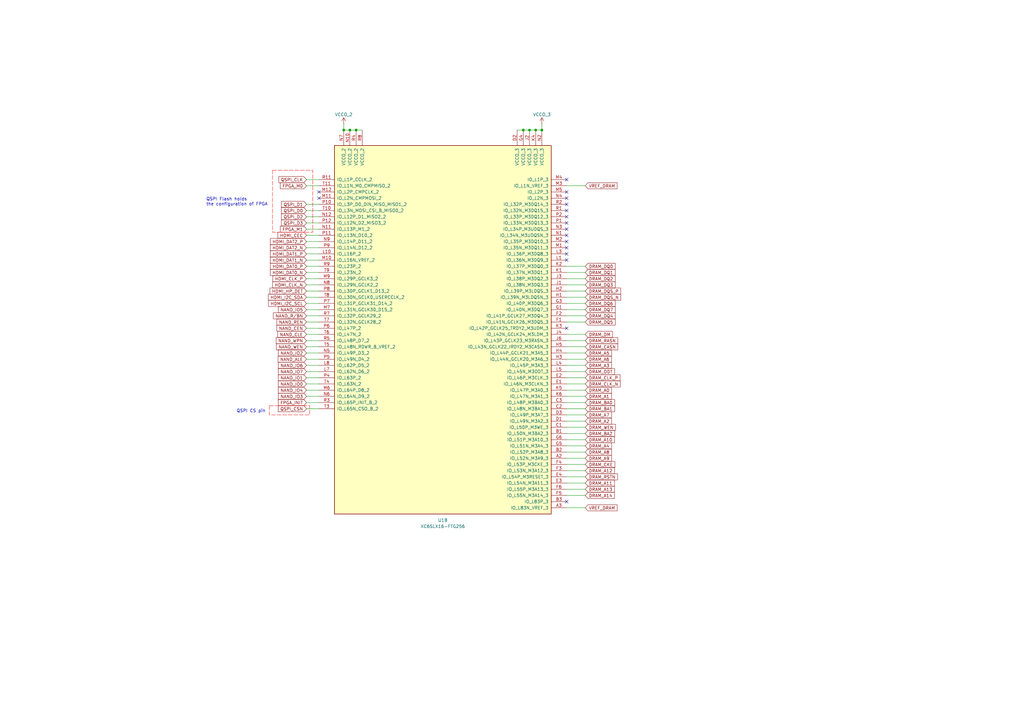
<source format=kicad_sch>
(kicad_sch (version 20231120) (generator "eeschema") (generator_version "8.0")
  (paper "A3")
  (lib_symbols
    (symbol "FPGA_Xilinx_Spartan6:XC6SLX16-FTG256" (pin_names (offset 1.016))
      (property "Reference" "U" (at 0 1.27 0))
      (property "Value" "XC6SLX16-FTG256" (at 0 -1.27 0))
      (symbol "XC6SLX16-FTG256_1_1"
        (rectangle (start -44.45 72.39) (end 44.45 -78.74) (stroke (width 0.254)) (fill (type background)))
        (pin bidirectional line (at -50.8 10.16 0) (length 6.35) (name "IO_L35N_GCLK16_0") (number "A10"))
        (pin bidirectional line (at -50.8 -10.16 0) (length 6.35) (name "IO_L39N_0") (number "A11"))
        (pin bidirectional line (at -50.8 -20.32 0) (length 6.35) (name "IO_L62N_VREF_0") (number "A12"))
        (pin bidirectional line (at -50.8 -25.4 0) (length 6.35) (name "IO_L63N_SCP6_0") (number "A13"))
        (pin bidirectional line (at -50.8 -35.56 0) (length 6.35) (name "IO_L65N_SCP2_0") (number "A14"))
        (pin bidirectional line (at -50.8 55.88 0) (length 6.35) (name "IO_L1N_VREF_0") (number "A4"))
        (pin bidirectional line (at -50.8 50.8 0) (length 6.35) (name "IO_L2N_0") (number "A5"))
        (pin bidirectional line (at -50.8 40.64 0) (length 6.35) (name "IO_L4N_0") (number "A6"))
        (pin bidirectional line (at -50.8 30.48 0) (length 6.35) (name "IO_L6N_0") (number "A7"))
        (pin bidirectional line (at -50.8 20.32 0) (length 6.35) (name "IO_L33N_0") (number "A8"))
        (pin bidirectional line (at -50.8 15.24 0) (length 6.35) (name "IO_L34N_GCLK18_0") (number "A9"))
        (pin bidirectional line (at -50.8 12.7 0) (length 6.35) (name "IO_L35P_GCLK17_0") (number "B10"))
        (pin bidirectional line (at -50.8 -17.78 0) (length 6.35) (name "IO_L62P_0") (number "B12"))
        (pin power_in line (at -35.56 78.74 270) (length 6.35) (name "VCCO_0") (number "B13"))
        (pin bidirectional line (at -50.8 -33.02 0) (length 6.35) (name "IO_L65P_SCP3_0") (number "B14"))
        (pin bidirectional line (at 50.8 53.34 180) (length 6.35) (name "IO_L29P_A23_M1A13_1") (number "B15"))
        (pin bidirectional line (at 50.8 50.8 180) (length 6.35) (name "IO_L29N_A22_M1A14_1") (number "B16"))
        (pin power_in line (at -40.64 78.74 270) (length 6.35) (name "VCCO_0") (number "B4"))
        (pin bidirectional line (at -50.8 53.34 0) (length 6.35) (name "IO_L2P_0") (number "B5"))
        (pin bidirectional line (at -50.8 43.18 0) (length 6.35) (name "IO_L4P_0") (number "B6"))
        (pin bidirectional line (at -50.8 22.86 0) (length 6.35) (name "IO_L33P_0") (number "B8"))
        (pin power_in line (at -38.1 78.74 270) (length 6.35) (name "VCCO_0") (number "B9"))
        (pin bidirectional line (at -50.8 0 0) (length 6.35) (name "IO_L37N_GCLK12_0") (number "C10"))
        (pin bidirectional line (at -50.8 -7.62 0) (length 6.35) (name "IO_L39P_0") (number "C11"))
        (pin bidirectional line (at -50.8 -22.86 0) (length 6.35) (name "IO_L63P_SCP7_0") (number "C13"))
        (pin bidirectional line (at 50.8 33.02 180) (length 6.35) (name "IO_L33P_A15_M1A10_1") (number "C15"))
        (pin bidirectional line (at 50.8 30.48 180) (length 6.35) (name "IO_L33N_A14_M1A4_1") (number "C16"))
        (pin bidirectional line (at -50.8 58.42 0) (length 6.35) (name "IO_L1P_HSWAPEN_0") (number "C4"))
        (pin bidirectional line (at -50.8 45.72 0) (length 6.35) (name "IO_L3N_0") (number "C5"))
        (pin bidirectional line (at -50.8 25.4 0) (length 6.35) (name "IO_L7N_0") (number "C6"))
        (pin bidirectional line (at -50.8 33.02 0) (length 6.35) (name "IO_L6P_0") (number "C7"))
        (pin bidirectional line (at -50.8 -5.08 0) (length 6.35) (name "IO_L38N_VREF_0") (number "C8"))
        (pin bidirectional line (at -50.8 17.78 0) (length 6.35) (name "IO_L34P_GCLK19_0") (number "C9"))
        (pin power_in line (at -30.48 78.74 270) (length 6.35) (name "VCCO_0") (number "D10"))
        (pin bidirectional line (at -50.8 -38.1 0) (length 6.35) (name "IO_L66P_SCP1_0") (number "D11"))
        (pin bidirectional line (at -50.8 -40.64 0) (length 6.35) (name "IO_L66N_SCP0_0") (number "D12"))
        (pin bidirectional line (at 50.8 43.18 180) (length 6.35) (name "IO_L31P_A19_M1CKE_1") (number "D14"))
        (pin power_in line (at 27.94 78.74 270) (length 6.35) (name "VCCO_1") (number "D15"))
        (pin bidirectional line (at 50.8 40.64 180) (length 6.35) (name "IO_L31N_A18_M1A12_1") (number "D16"))
        (pin bidirectional line (at -50.8 48.26 0) (length 6.35) (name "IO_L3P_0") (number "D5"))
        (pin bidirectional line (at -50.8 27.94 0) (length 6.35) (name "IO_L7P_0") (number "D6"))
        (pin power_in line (at -33.02 78.74 270) (length 6.35) (name "VCCO_0") (number "D7"))
        (pin bidirectional line (at -50.8 -2.54 0) (length 6.35) (name "IO_L38P_0") (number "D8"))
        (pin bidirectional line (at -50.8 -15.24 0) (length 6.35) (name "IO_L40N_0") (number "D9"))
        (pin bidirectional line (at -50.8 2.54 0) (length 6.35) (name "IO_L37P_GCLK13_0") (number "E10"))
        (pin bidirectional line (at -50.8 -30.48 0) (length 6.35) (name "IO_L64N_SCP4_0") (number "E11"))
        (pin bidirectional line (at 50.8 55.88 180) (length 6.35) (name "IO_L1N_A24_VREF_1") (number "E12"))
        (pin bidirectional line (at 50.8 58.42 180) (length 6.35) (name "IO_L1P_A25_1") (number "E13"))
        (pin bidirectional line (at 50.8 27.94 180) (length 6.35) (name "IO_L34P_A13_M1WE_1") (number "E15"))
        (pin bidirectional line (at 50.8 25.4 180) (length 6.35) (name "IO_L34N_A12_M1BA2_1") (number "E16"))
        (pin bidirectional line (at -50.8 35.56 0) (length 6.35) (name "IO_L5N_0") (number "E6"))
        (pin bidirectional line (at -50.8 7.62 0) (length 6.35) (name "IO_L36P_GCLK15_0") (number "E7"))
        (pin bidirectional line (at -50.8 5.08 0) (length 6.35) (name "IO_L36N_GCLK14_0") (number "E8"))
        (pin bidirectional line (at -50.8 -27.94 0) (length 6.35) (name "IO_L64P_SCP5_0") (number "F10"))
        (pin bidirectional line (at 50.8 48.26 180) (length 6.35) (name "IO_L30P_A21_M1RESET_1") (number "F12"))
        (pin bidirectional line (at 50.8 38.1 180) (length 6.35) (name "IO_L32P_A17_M1A8_1") (number "F13"))
        (pin bidirectional line (at 50.8 35.56 180) (length 6.35) (name "IO_L32N_A16_M1A9_1") (number "F14"))
        (pin bidirectional line (at 50.8 22.86 180) (length 6.35) (name "IO_L35P_A11_M1A7_1") (number "F15"))
        (pin bidirectional line (at 50.8 20.32 180) (length 6.35) (name "IO_L35N_A10_M1A2_1") (number "F16"))
        (pin bidirectional line (at -50.8 38.1 0) (length 6.35) (name "IO_L5P_0") (number "F7"))
        (pin bidirectional line (at -50.8 -12.7 0) (length 6.35) (name "IO_L40P_0") (number "F9"))
        (pin bidirectional line (at 50.8 45.72 180) (length 6.35) (name "IO_L30N_A20_M1A11_1") (number "G11"))
        (pin bidirectional line (at 50.8 7.62 180) (length 6.35) (name "IO_L38P_A5_M1CLK_1") (number "G12"))
        (pin power_in line (at 30.48 78.74 270) (length 6.35) (name "VCCO_1") (number "G13"))
        (pin bidirectional line (at 50.8 17.78 180) (length 6.35) (name "IO_L36P_A9_M1BA0_1") (number "G14"))
        (pin bidirectional line (at 50.8 15.24 180) (length 6.35) (name "IO_L36N_A8_M1BA1_1") (number "G16"))
        (pin bidirectional line (at 50.8 5.08 180) (length 6.35) (name "IO_L38N_A4_M1CLKN_1") (number "H11"))
        (pin bidirectional line (at 50.8 2.54 180) (length 6.35) (name "IO_L39P_M1A3_1") (number "H13"))
        (pin bidirectional line (at 50.8 0 180) (length 6.35) (name "IO_L39N_M1ODT_1") (number "H14"))
        (pin bidirectional line (at 50.8 12.7 180) (length 6.35) (name "IO_L37P_A7_M1A0_1") (number "H15"))
        (pin bidirectional line (at 50.8 10.16 180) (length 6.35) (name "IO_L37N_A6_M1A1_1") (number "H16"))
        (pin bidirectional line (at 50.8 -2.54 180) (length 6.35) (name "IO_L40P_GCLK11_M1A5_1") (number "J11"))
        (pin bidirectional line (at 50.8 -5.08 180) (length 6.35) (name "IO_L40N_GCLK10_M1A6_1") (number "J12"))
        (pin bidirectional line (at 50.8 -7.62 180) (length 6.35) (name "IO_L41P_GCLK9_IRDY1_M1RASN_1") (number "J13"))
        (pin bidirectional line (at 50.8 -17.78 180) (length 6.35) (name "IO_L43P_GCLK5_M1DQ4_1") (number "J14"))
        (pin power_in line (at 33.02 78.74 270) (length 6.35) (name "VCCO_1") (number "J15"))
        (pin bidirectional line (at 50.8 -20.32 180) (length 6.35) (name "IO_L43N_GCLK4_M1DQ5_1") (number "J16"))
        (pin bidirectional line (at 50.8 -15.24 180) (length 6.35) (name "IO_L42N_GCLK6_TRDY1_M1LDM_1") (number "K11"))
        (pin bidirectional line (at 50.8 -12.7 180) (length 6.35) (name "IO_L42P_GCLK7_M1UDM_1") (number "K12"))
        (pin power_in line (at 35.56 78.74 270) (length 6.35) (name "VCCO_1") (number "K13"))
        (pin bidirectional line (at 50.8 -10.16 180) (length 6.35) (name "IO_L41N_GCLK8_M1CASN_1") (number "K14"))
        (pin bidirectional line (at 50.8 -22.86 180) (length 6.35) (name "IO_L44P_A3_M1DQ6_1") (number "K15"))
        (pin bidirectional line (at 50.8 -25.4 180) (length 6.35) (name "IO_L44N_A2_M1DQ7_1") (number "K16"))
        (pin bidirectional line (at 50.8 -68.58 180) (length 6.35) (name "IO_L53P_1") (number "L12"))
        (pin bidirectional line (at 50.8 -71.12 180) (length 6.35) (name "IO_L53N_VREF_1") (number "L13"))
        (pin bidirectional line (at 50.8 -38.1 180) (length 6.35) (name "IO_L47P_FWE_B_M1DQ0_1") (number "L14"))
        (pin bidirectional line (at 50.8 -40.64 180) (length 6.35) (name "IO_L47N_LDC_M1DQ1_1") (number "L16"))
        (pin bidirectional line (at 50.8 -73.66 180) (length 6.35) (name "IO_L74P_AWAKE_1") (number "M13"))
        (pin bidirectional line (at 50.8 -76.2 180) (length 6.35) (name "IO_L74N_DOUT_BUSY_1") (number "M14"))
        (pin bidirectional line (at 50.8 -33.02 180) (length 6.35) (name "IO_L46P_FCS_B_M1DQ2_1") (number "M15"))
        (pin bidirectional line (at 50.8 -35.56 180) (length 6.35) (name "IO_L46N_FOE_B_M1DQ3_1") (number "M16"))
        (pin bidirectional line (at 50.8 -27.94 180) (length 6.35) (name "IO_L45P_A1_M1LDQS_1") (number "N14"))
        (pin power_in line (at 38.1 78.74 270) (length 6.35) (name "VCCO_1") (number "N15"))
        (pin bidirectional line (at 50.8 -30.48 180) (length 6.35) (name "IO_L45N_A0_M1LDQSN_1") (number "N16"))
        (pin bidirectional line (at 50.8 -43.18 180) (length 6.35) (name "IO_L48P_HDC_M1DQ8_1") (number "P15"))
        (pin bidirectional line (at 50.8 -45.72 180) (length 6.35) (name "IO_L48N_M1DQ9_1") (number "P16"))
        (pin bidirectional line (at 50.8 -63.5 180) (length 6.35) (name "IO_L52P_M1DQ14_1") (number "R12"))
        (pin power_in line (at 40.64 78.74 270) (length 6.35) (name "VCCO_1") (number "R13"))
        (pin bidirectional line (at 50.8 -53.34 180) (length 6.35) (name "IO_L50P_M1UDQS_1") (number "R14"))
        (pin bidirectional line (at 50.8 -48.26 180) (length 6.35) (name "IO_L49P_M1DQ10_1") (number "R15"))
        (pin bidirectional line (at 50.8 -50.8 180) (length 6.35) (name "IO_L49N_M1DQ11_1") (number "R16"))
        (pin bidirectional line (at 50.8 -66.04 180) (length 6.35) (name "IO_L52N_M1DQ15_1") (number "T12"))
        (pin bidirectional line (at 50.8 -60.96 180) (length 6.35) (name "IO_L51N_M1DQ13_1") (number "T13"))
        (pin bidirectional line (at 50.8 -58.42 180) (length 6.35) (name "IO_L51P_M1DQ12_1") (number "T14"))
        (pin bidirectional line (at 50.8 -55.88 180) (length 6.35) (name "IO_L50N_M1UDQSN_1") (number "T15"))
      )
      (symbol "XC6SLX16-FTG256_2_1"
        (rectangle (start -44.45 72.39) (end 44.45 -78.74) (stroke (width 0.254)) (fill (type background)))
        (pin bidirectional line (at 50.8 -55.88 180) (length 6.35) (name "IO_L52N_M3A9_3") (number "A2"))
        (pin bidirectional line (at 50.8 -76.2 180) (length 6.35) (name "IO_L83N_VREF_3") (number "A3"))
        (pin bidirectional line (at 50.8 -45.72 180) (length 6.35) (name "IO_L50N_M3BA2_3") (number "B1"))
        (pin bidirectional line (at 50.8 -53.34 180) (length 6.35) (name "IO_L52P_M3A8_3") (number "B2"))
        (pin bidirectional line (at 50.8 -73.66 180) (length 6.35) (name "IO_L83P_3") (number "B3"))
        (pin bidirectional line (at 50.8 -43.18 180) (length 6.35) (name "IO_L50P_M3WE_3") (number "C1"))
        (pin bidirectional line (at 50.8 -35.56 180) (length 6.35) (name "IO_L48N_M3BA1_3") (number "C2"))
        (pin bidirectional line (at 50.8 -33.02 180) (length 6.35) (name "IO_L48P_M3BA0_3") (number "C3"))
        (pin bidirectional line (at 50.8 -40.64 180) (length 6.35) (name "IO_L49N_M3A2_3") (number "D1"))
        (pin power_in line (at 30.48 78.74 270) (length 6.35) (name "VCCO_3") (number "D2"))
        (pin bidirectional line (at 50.8 -38.1 180) (length 6.35) (name "IO_L49P_M3A7_3") (number "D3"))
        (pin bidirectional line (at 50.8 -25.4 180) (length 6.35) (name "IO_L46N_M3CLKN_3") (number "E1"))
        (pin bidirectional line (at 50.8 -22.86 180) (length 6.35) (name "IO_L46P_M3CLK_3") (number "E2"))
        (pin bidirectional line (at 50.8 -66.04 180) (length 6.35) (name "IO_L54N_M3A11_3") (number "E3"))
        (pin bidirectional line (at 50.8 -63.5 180) (length 6.35) (name "IO_L54P_M3RESET_3") (number "E4"))
        (pin bidirectional line (at 50.8 0 180) (length 6.35) (name "IO_L41N_GCLK26_M3DQ5_3") (number "F1"))
        (pin bidirectional line (at 50.8 2.54 180) (length 6.35) (name "IO_L41P_GCLK27_M3DQ4_3") (number "F2"))
        (pin bidirectional line (at 50.8 -60.96 180) (length 6.35) (name "IO_L53N_M3A12_3") (number "F3"))
        (pin bidirectional line (at 50.8 -58.42 180) (length 6.35) (name "IO_L53P_M3CKE_3") (number "F4"))
        (pin bidirectional line (at 50.8 -71.12 180) (length 6.35) (name "IO_L55N_M3A14_3") (number "F5"))
        (pin bidirectional line (at 50.8 -68.58 180) (length 6.35) (name "IO_L55P_M3A13_3") (number "F6"))
        (pin bidirectional line (at 50.8 5.08 180) (length 6.35) (name "IO_L40N_M3DQ7_3") (number "G1"))
        (pin bidirectional line (at 50.8 7.62 180) (length 6.35) (name "IO_L40P_M3DQ6_3") (number "G3"))
        (pin power_in line (at 33.02 78.74 270) (length 6.35) (name "VCCO_3") (number "G4"))
        (pin bidirectional line (at 50.8 -50.8 180) (length 6.35) (name "IO_L51N_M3A4_3") (number "G5"))
        (pin bidirectional line (at 50.8 -48.26 180) (length 6.35) (name "IO_L51P_M3A10_3") (number "G6"))
        (pin bidirectional line (at 50.8 10.16 180) (length 6.35) (name "IO_L39N_M3LDQSN_3") (number "H1"))
        (pin bidirectional line (at 50.8 12.7 180) (length 6.35) (name "IO_L39P_M3LDQS_3") (number "H2"))
        (pin bidirectional line (at 50.8 -15.24 180) (length 6.35) (name "IO_L44N_GCLK20_M3A6_3") (number "H3"))
        (pin bidirectional line (at 50.8 -12.7 180) (length 6.35) (name "IO_L44P_GCLK21_M3A5_3") (number "H4"))
        (pin bidirectional line (at 50.8 -10.16 180) (length 6.35) (name "IO_L43N_GCLK22_IRDY2_M3CASN_3") (number "H5"))
        (pin bidirectional line (at 50.8 15.24 180) (length 6.35) (name "IO_L38N_M3DQ3_3") (number "J1"))
        (pin power_in line (at 35.56 78.74 270) (length 6.35) (name "VCCO_3") (number "J2"))
        (pin bidirectional line (at 50.8 17.78 180) (length 6.35) (name "IO_L38P_M3DQ2_3") (number "J3"))
        (pin bidirectional line (at 50.8 -5.08 180) (length 6.35) (name "IO_L42N_GCLK24_M3LDM_3") (number "J4"))
        (pin bidirectional line (at 50.8 -7.62 180) (length 6.35) (name "IO_L43P_GCLK23_M3RASN_3") (number "J6"))
        (pin bidirectional line (at 50.8 20.32 180) (length 6.35) (name "IO_L37N_M3DQ1_3") (number "K1"))
        (pin bidirectional line (at 50.8 22.86 180) (length 6.35) (name "IO_L37P_M3DQ0_3") (number "K2"))
        (pin bidirectional line (at 50.8 -2.54 180) (length 6.35) (name "IO_L42P_GCLK25_TRDY2_M3UDM_3") (number "K3"))
        (pin power_in line (at 38.1 78.74 270) (length 6.35) (name "VCCO_3") (number "K4"))
        (pin bidirectional line (at 50.8 -27.94 180) (length 6.35) (name "IO_L47P_M3A0_3") (number "K5"))
        (pin bidirectional line (at 50.8 -30.48 180) (length 6.35) (name "IO_L47N_M3A1_3") (number "K6"))
        (pin bidirectional line (at 50.8 25.4 180) (length 6.35) (name "IO_L36N_M3DQ9_3") (number "L1"))
        (pin bidirectional line (at -50.8 27.94 0) (length 6.35) (name "IO_L16P_2") (number "L10"))
        (pin bidirectional line (at 50.8 27.94 180) (length 6.35) (name "IO_L36P_M3DQ8_3") (number "L3"))
        (pin bidirectional line (at 50.8 -17.78 180) (length 6.35) (name "IO_L45P_M3A3_3") (number "L4"))
        (pin bidirectional line (at 50.8 -20.32 180) (length 6.35) (name "IO_L45N_M3ODT_3") (number "L5"))
        (pin bidirectional line (at -50.8 -20.32 0) (length 6.35) (name "IO_L62N_D6_2") (number "L7"))
        (pin bidirectional line (at -50.8 -17.78 0) (length 6.35) (name "IO_L62P_D5_2") (number "L8"))
        (pin bidirectional line (at 50.8 30.48 180) (length 6.35) (name "IO_L35N_M3DQ11_3") (number "M1"))
        (pin bidirectional line (at -50.8 25.4 0) (length 6.35) (name "IO_L16N_VREF_2") (number "M10"))
        (pin bidirectional line (at -50.8 50.8 0) (length 6.35) (name "IO_L2N_CMPMOSI_2") (number "M11"))
        (pin bidirectional line (at -50.8 53.34 0) (length 6.35) (name "IO_L2P_CMPCLK_2") (number "M12"))
        (pin bidirectional line (at 50.8 33.02 180) (length 6.35) (name "IO_L35P_M3DQ10_3") (number "M2"))
        (pin bidirectional line (at 50.8 55.88 180) (length 6.35) (name "IO_L1N_VREF_3") (number "M3"))
        (pin bidirectional line (at 50.8 58.42 180) (length 6.35) (name "IO_L1P_3") (number "M4"))
        (pin bidirectional line (at 50.8 53.34 180) (length 6.35) (name "IO_L2P_3") (number "M5"))
        (pin bidirectional line (at -50.8 -27.94 0) (length 6.35) (name "IO_L64P_D8_2") (number "M6"))
        (pin bidirectional line (at -50.8 5.08 0) (length 6.35) (name "IO_L31N_GCLK30_D15_2") (number "M7"))
        (pin bidirectional line (at -50.8 17.78 0) (length 6.35) (name "IO_L29P_GCLK3_2") (number "M9"))
        (pin bidirectional line (at 50.8 35.56 180) (length 6.35) (name "IO_L34N_M3UDQSN_3") (number "N1"))
        (pin power_in line (at -38.1 78.74 270) (length 6.35) (name "VCCO_2") (number "N10"))
        (pin bidirectional line (at -50.8 38.1 0) (length 6.35) (name "IO_L13P_M1_2") (number "N11"))
        (pin bidirectional line (at -50.8 43.18 0) (length 6.35) (name "IO_L12P_D1_MISO2_2") (number "N12"))
        (pin power_in line (at 40.64 78.74 270) (length 6.35) (name "VCCO_3") (number "N2"))
        (pin bidirectional line (at 50.8 38.1 180) (length 6.35) (name "IO_L34P_M3UDQS_3") (number "N3"))
        (pin bidirectional line (at 50.8 50.8 180) (length 6.35) (name "IO_L2N_3") (number "N4"))
        (pin bidirectional line (at -50.8 -12.7 0) (length 6.35) (name "IO_L49P_D3_2") (number "N5"))
        (pin bidirectional line (at -50.8 -30.48 0) (length 6.35) (name "IO_L64N_D9_2") (number "N6"))
        (pin power_in line (at -40.64 78.74 270) (length 6.35) (name "VCCO_2") (number "N7"))
        (pin bidirectional line (at -50.8 15.24 0) (length 6.35) (name "IO_L29N_GCLK2_2") (number "N8"))
        (pin bidirectional line (at -50.8 33.02 0) (length 6.35) (name "IO_L14P_D11_2") (number "N9"))
        (pin bidirectional line (at 50.8 40.64 180) (length 6.35) (name "IO_L33N_M3DQ13_3") (number "P1"))
        (pin bidirectional line (at -50.8 48.26 0) (length 6.35) (name "IO_L3P_D0_DIN_MISO_MISO1_2") (number "P10"))
        (pin bidirectional line (at -50.8 35.56 0) (length 6.35) (name "IO_L13N_D10_2") (number "P11"))
        (pin bidirectional line (at -50.8 40.64 0) (length 6.35) (name "IO_L12N_D2_MISO3_2") (number "P12"))
        (pin bidirectional line (at 50.8 43.18 180) (length 6.35) (name "IO_L33P_M3DQ12_3") (number "P2"))
        (pin bidirectional line (at -50.8 -22.86 0) (length 6.35) (name "IO_L63P_2") (number "P4"))
        (pin bidirectional line (at -50.8 -15.24 0) (length 6.35) (name "IO_L49N_D4_2") (number "P5"))
        (pin bidirectional line (at -50.8 -2.54 0) (length 6.35) (name "IO_L47P_2") (number "P6"))
        (pin bidirectional line (at -50.8 7.62 0) (length 6.35) (name "IO_L31P_GCLK31_D14_2") (number "P7"))
        (pin bidirectional line (at -50.8 12.7 0) (length 6.35) (name "IO_L30P_GCLK1_D13_2") (number "P8"))
        (pin bidirectional line (at -50.8 30.48 0) (length 6.35) (name "IO_L14N_D12_2") (number "P9"))
        (pin bidirectional line (at 50.8 45.72 180) (length 6.35) (name "IO_L32N_M3DQ15_3") (number "R1"))
        (pin bidirectional line (at -50.8 58.42 0) (length 6.35) (name "IO_L1P_CCLK_2") (number "R11"))
        (pin bidirectional line (at 50.8 48.26 180) (length 6.35) (name "IO_L32P_M3DQ14_3") (number "R2"))
        (pin bidirectional line (at -50.8 -33.02 0) (length 6.35) (name "IO_L65P_INIT_B_2") (number "R3"))
        (pin power_in line (at -35.56 78.74 270) (length 6.35) (name "VCCO_2") (number "R4"))
        (pin bidirectional line (at -50.8 -7.62 0) (length 6.35) (name "IO_L48P_D7_2") (number "R5"))
        (pin bidirectional line (at -50.8 2.54 0) (length 6.35) (name "IO_L32P_GCLK29_2") (number "R7"))
        (pin power_in line (at -33.02 78.74 270) (length 6.35) (name "VCCO_2") (number "R8"))
        (pin bidirectional line (at -50.8 22.86 0) (length 6.35) (name "IO_L23P_2") (number "R9"))
        (pin bidirectional line (at -50.8 45.72 0) (length 6.35) (name "IO_L3N_MOSI_CSI_B_MISO0_2") (number "T10"))
        (pin bidirectional line (at -50.8 55.88 0) (length 6.35) (name "IO_L1N_M0_CMPMISO_2") (number "T11"))
        (pin bidirectional line (at -50.8 -35.56 0) (length 6.35) (name "IO_L65N_CSO_B_2") (number "T3"))
        (pin bidirectional line (at -50.8 -25.4 0) (length 6.35) (name "IO_L63N_2") (number "T4"))
        (pin bidirectional line (at -50.8 -10.16 0) (length 6.35) (name "IO_L48N_RDWR_B_VREF_2") (number "T5"))
        (pin bidirectional line (at -50.8 -5.08 0) (length 6.35) (name "IO_L47N_2") (number "T6"))
        (pin bidirectional line (at -50.8 0 0) (length 6.35) (name "IO_L32N_GCLK28_2") (number "T7"))
        (pin bidirectional line (at -50.8 10.16 0) (length 6.35) (name "IO_L30N_GCLK0_USERCCLK_2") (number "T8"))
        (pin bidirectional line (at -50.8 20.32 0) (length 6.35) (name "IO_L23N_2") (number "T9"))
      )
      (symbol "XC6SLX16-FTG256_3_1"
        (rectangle (start -31.75 15.24) (end 31.75 -15.24) (stroke (width 0.254)) (fill (type background)))
        (pin bidirectional line (at 38.1 7.62 180) (length 6.35) (name "TMS") (number "A15"))
        (pin bidirectional line (at 38.1 12.7 180) (length 6.35) (name "TDI") (number "C12"))
        (pin bidirectional line (at 38.1 5.08 180) (length 6.35) (name "TCK") (number "C14"))
        (pin bidirectional line (at 38.1 10.16 180) (length 6.35) (name "TDO") (number "E14"))
        (pin bidirectional line (at 38.1 -12.7 180) (length 6.35) (name "CMPCS_B_2") (number "L11"))
        (pin bidirectional line (at 38.1 0 180) (length 6.35) (name "DONE_2") (number "P13"))
        (pin bidirectional line (at 38.1 -7.62 180) (length 6.35) (name "SUSPEND") (number "P14"))
        (pin bidirectional line (at 38.1 -2.54 180) (length 6.35) (name "PROGRAM_B_2") (number "T2"))
      )
      (symbol "XC6SLX16-FTG256_4_1"
        (rectangle (start -19.05 30.48) (end 19.05 -30.48) (stroke (width 0.254)) (fill (type background)))
        (pin power_in line (at -25.4 2.54 0) (length 6.35) (name "GND") (number "A1"))
        (pin power_in line (at -25.4 0 0) (length 6.35) (name "GND") (number "A16"))
        (pin power_in line (at -25.4 -5.08 0) (length 6.35) (name "GND") (number "B11"))
        (pin power_in line (at -25.4 -2.54 0) (length 6.35) (name "GND") (number "B7"))
        (pin power_in line (at -25.4 -10.16 0) (length 6.35) (name "GND") (number "D13"))
        (pin power_in line (at -25.4 -7.62 0) (length 6.35) (name "GND") (number "D4"))
        (pin power_in line (at -25.4 27.94 0) (length 6.35) (name "VCCAUX") (number "E5"))
        (pin power_in line (at -25.4 -12.7 0) (length 6.35) (name "GND") (number "E9"))
        (pin power_in line (at -25.4 22.86 0) (length 6.35) (name "VCCAUX") (number "F11"))
        (pin power_in line (at -25.4 25.4 0) (length 6.35) (name "VCCAUX") (number "F8"))
        (pin power_in line (at -25.4 20.32 0) (length 6.35) (name "VCCAUX") (number "G10"))
        (pin power_in line (at -25.4 -20.32 0) (length 6.35) (name "GND") (number "G15"))
        (pin power_in line (at -25.4 -15.24 0) (length 6.35) (name "GND") (number "G2"))
        (pin power_in line (at 25.4 27.94 180) (length 6.35) (name "VCCINT") (number "G7"))
        (pin power_in line (at -25.4 -17.78 0) (length 6.35) (name "GND") (number "G8"))
        (pin power_in line (at 25.4 25.4 180) (length 6.35) (name "VCCINT") (number "G9"))
        (pin power_in line (at 25.4 20.32 180) (length 6.35) (name "VCCINT") (number "H10"))
        (pin power_in line (at -25.4 -27.94 0) (length 6.35) (name "GND") (number "H12"))
        (pin power_in line (at -25.4 17.78 0) (length 6.35) (name "VCCAUX") (number "H6"))
        (pin power_in line (at -25.4 -22.86 0) (length 6.35) (name "GND") (number "H7"))
        (pin power_in line (at 25.4 22.86 180) (length 6.35) (name "VCCINT") (number "H8"))
        (pin power_in line (at -25.4 -25.4 0) (length 6.35) (name "GND") (number "H9"))
        (pin power_in line (at -25.4 15.24 0) (length 6.35) (name "VCCAUX") (number "J10"))
        (pin power_in line (at 25.4 2.54 180) (length 6.35) (name "GND") (number "J5"))
        (pin power_in line (at 25.4 17.78 180) (length 6.35) (name "VCCINT") (number "J7"))
        (pin power_in line (at 25.4 0 180) (length 6.35) (name "GND") (number "J8"))
        (pin power_in line (at 25.4 15.24 180) (length 6.35) (name "VCCINT") (number "J9"))
        (pin power_in line (at 25.4 10.16 180) (length 6.35) (name "VCCINT") (number "K10"))
        (pin power_in line (at 25.4 -2.54 180) (length 6.35) (name "GND") (number "K7"))
        (pin power_in line (at 25.4 12.7 180) (length 6.35) (name "VCCINT") (number "K8"))
        (pin power_in line (at 25.4 -5.08 180) (length 6.35) (name "GND") (number "K9"))
        (pin power_in line (at 25.4 -10.16 180) (length 6.35) (name "GND") (number "L15"))
        (pin power_in line (at 25.4 -7.62 180) (length 6.35) (name "GND") (number "L2"))
        (pin power_in line (at -25.4 12.7 0) (length 6.35) (name "VCCAUX") (number "L6"))
        (pin power_in line (at -25.4 10.16 0) (length 6.35) (name "VCCAUX") (number "L9"))
        (pin power_in line (at 25.4 -12.7 180) (length 6.35) (name "GND") (number "M8"))
        (pin power_in line (at 25.4 -15.24 180) (length 6.35) (name "GND") (number "N13"))
        (pin power_in line (at 25.4 -17.78 180) (length 6.35) (name "GND") (number "P3"))
        (pin power_in line (at 25.4 -22.86 180) (length 6.35) (name "GND") (number "R10"))
        (pin power_in line (at 25.4 -20.32 180) (length 6.35) (name "GND") (number "R6"))
        (pin power_in line (at 25.4 -25.4 180) (length 6.35) (name "GND") (number "T1"))
        (pin power_in line (at 25.4 -27.94 180) (length 6.35) (name "GND") (number "T16"))
      )
    )
    (symbol "power:VDD" (power) (pin_numbers hide) (pin_names (offset 0) hide)
      (property "Value" "VDD" (at 0 3.556 0))
      (symbol "VDD_0_1"
        (polyline (pts (xy -0.762 1.27) (xy 0 2.54)))
        (polyline (pts (xy 0 0) (xy 0 2.54)))
        (polyline (pts (xy 0 2.54) (xy 0.762 1.27)))
      )
      (symbol "VDD_1_1"
        (pin power_in line (at 0 0 90) (length 0) (name "~") (number "1"))
      )
    )
  )
  (junction (at 222.25 53.34))
  (junction (at 219.71 53.34))
  (junction (at 217.17 53.34))
  (junction (at 146.05 53.34))
  (junction (at 214.63 53.34))
  (junction (at 143.51 53.34))
  (junction (at 140.97 53.34))
  (no_connect (at 232.41 73.66))
  (no_connect (at 232.41 205.74))
  (no_connect (at 130.81 81.28))
  (no_connect (at 130.81 78.74))
  (no_connect (at 232.41 101.6))
  (no_connect (at 232.41 83.82))
  (no_connect (at 232.41 99.06))
  (no_connect (at 232.41 106.68))
  (no_connect (at 232.41 81.28))
  (no_connect (at 232.41 91.44))
  (no_connect (at 232.41 96.52))
  (no_connect (at 232.41 93.98))
  (no_connect (at 232.41 88.9))
  (no_connect (at 232.41 78.74))
  (no_connect (at 232.41 86.36))
  (no_connect (at 232.41 104.14))
  (no_connect (at 232.41 134.62))
  (wire (pts (xy 240.03 185.42) (xy 232.41 185.42)))
  (wire (pts (xy 240.03 208.28) (xy 232.41 208.28)))
  (wire (pts (xy 125.73 88.9) (xy 130.81 88.9)))
  (wire (pts (xy 240.03 200.66) (xy 232.41 200.66)))
  (wire (pts (xy 240.03 144.78) (xy 232.41 144.78)))
  (wire (pts (xy 125.73 91.44) (xy 130.81 91.44)))
  (wire (pts (xy 143.51 53.34) (xy 146.05 53.34)))
  (wire (pts (xy 240.03 147.32) (xy 232.41 147.32)))
  (wire (pts (xy 125.73 109.22) (xy 130.81 109.22)))
  (wire (pts (xy 240.03 198.12) (xy 232.41 198.12)))
  (wire (pts (xy 125.73 165.1) (xy 130.81 165.1)))
  (wire (pts (xy 240.03 76.2) (xy 232.41 76.2)))
  (wire (pts (xy 125.73 149.86) (xy 130.81 149.86)))
  (wire (pts (xy 240.03 149.86) (xy 232.41 149.86)))
  (wire (pts (xy 240.03 193.04) (xy 232.41 193.04)))
  (wire (pts (xy 214.63 53.34) (xy 217.17 53.34)))
  (wire (pts (xy 125.73 73.66) (xy 130.81 73.66)))
  (wire (pts (xy 125.73 137.16) (xy 130.81 137.16)))
  (wire (pts (xy 125.73 121.92) (xy 130.81 121.92)))
  (wire (pts (xy 125.73 83.82) (xy 130.81 83.82)))
  (wire (pts (xy 125.73 86.36) (xy 130.81 86.36)))
  (wire (pts (xy 240.03 180.34) (xy 232.41 180.34)))
  (wire (pts (xy 140.97 53.34) (xy 143.51 53.34)))
  (wire (pts (xy 146.05 53.34) (xy 148.59 53.34)))
  (wire (pts (xy 240.03 121.92) (xy 232.41 121.92)))
  (wire (pts (xy 240.03 182.88) (xy 232.41 182.88)))
  (wire (pts (xy 240.03 119.38) (xy 232.41 119.38)))
  (wire (pts (xy 212.09 53.34) (xy 214.63 53.34)))
  (wire (pts (xy 217.17 53.34) (xy 219.71 53.34)))
  (wire (pts (xy 125.73 129.54) (xy 130.81 129.54)))
  (wire (pts (xy 125.73 139.7) (xy 130.81 139.7)))
  (wire (pts (xy 240.03 172.72) (xy 232.41 172.72)))
  (wire (pts (xy 240.03 175.26) (xy 232.41 175.26)))
  (wire (pts (xy 125.73 99.06) (xy 130.81 99.06)))
  (wire (pts (xy 240.03 177.8) (xy 232.41 177.8)))
  (wire (pts (xy 240.03 195.58) (xy 232.41 195.58)))
  (wire (pts (xy 240.03 165.1) (xy 232.41 165.1)))
  (wire (pts (xy 240.03 187.96) (xy 232.41 187.96)))
  (wire (pts (xy 240.03 203.2) (xy 232.41 203.2)))
  (wire (pts (xy 125.73 144.78) (xy 130.81 144.78)))
  (wire (pts (xy 125.73 132.08) (xy 130.81 132.08)))
  (wire (pts (xy 240.03 190.5) (xy 232.41 190.5)))
  (wire (pts (xy 125.73 127) (xy 130.81 127)))
  (wire (pts (xy 240.03 170.18) (xy 232.41 170.18)))
  (wire (pts (xy 222.25 50.8) (xy 222.25 53.34)))
  (wire (pts (xy 219.71 53.34) (xy 222.25 53.34)))
  (wire (pts (xy 125.73 76.2) (xy 130.81 76.2)))
  (wire (pts (xy 125.73 134.62) (xy 130.81 134.62)))
  (wire (pts (xy 125.73 152.4) (xy 130.81 152.4)))
  (wire (pts (xy 125.73 142.24) (xy 130.81 142.24)))
  (wire (pts (xy 125.73 116.84) (xy 130.81 116.84)))
  (wire (pts (xy 125.73 114.3) (xy 130.81 114.3)))
  (wire (pts (xy 125.73 124.46) (xy 130.81 124.46)))
  (wire (pts (xy 125.73 147.32) (xy 130.81 147.32)))
  (wire (pts (xy 125.73 157.48) (xy 130.81 157.48)))
  (wire (pts (xy 240.03 109.22) (xy 232.41 109.22)))
  (wire (pts (xy 125.73 96.52) (xy 130.81 96.52)))
  (wire (pts (xy 125.73 154.94) (xy 130.81 154.94)))
  (wire (pts (xy 240.03 157.48) (xy 232.41 157.48)))
  (wire (pts (xy 240.03 116.84) (xy 232.41 116.84)))
  (wire (pts (xy 125.73 162.56) (xy 130.81 162.56)))
  (wire (pts (xy 125.73 93.98) (xy 130.81 93.98)))
  (wire (pts (xy 240.03 154.94) (xy 232.41 154.94)))
  (wire (pts (xy 240.03 114.3) (xy 232.41 114.3)))
  (wire (pts (xy 140.97 50.8) (xy 140.97 53.34)))
  (wire (pts (xy 240.03 160.02) (xy 232.41 160.02)))
  (wire (pts (xy 240.03 111.76) (xy 232.41 111.76)))
  (wire (pts (xy 125.73 160.02) (xy 130.81 160.02)))
  (wire (pts (xy 240.03 137.16) (xy 232.41 137.16)))
  (wire (pts (xy 240.03 129.54) (xy 232.41 129.54)))
  (wire (pts (xy 240.03 167.64) (xy 232.41 167.64)))
  (wire (pts (xy 125.73 111.76) (xy 130.81 111.76)))
  (wire (pts (xy 125.73 106.68) (xy 130.81 106.68)))
  (wire (pts (xy 125.73 104.14) (xy 130.81 104.14)))
  (wire (pts (xy 125.73 167.64) (xy 130.81 167.64)))
  (wire (pts (xy 240.03 132.08) (xy 232.41 132.08)))
  (wire (pts (xy 125.73 119.38) (xy 130.81 119.38)))
  (wire (pts (xy 125.73 101.6) (xy 130.81 101.6)))
  (wire (pts (xy 240.03 124.46) (xy 232.41 124.46)))
  (wire (pts (xy 240.03 142.24) (xy 232.41 142.24)))
  (wire (pts (xy 240.03 127) (xy 232.41 127)))
  (wire (pts (xy 240.03 162.56) (xy 232.41 162.56)))
  (wire (pts (xy 240.03 152.4) (xy 232.41 152.4)))
  (wire (pts (xy 240.03 139.7) (xy 232.41 139.7)))
  (rectangle (start 110.49 166.37) (end 127 170.18) (stroke (width 0) (type dash) (color 255 0 0 1)))
  (rectangle (start 111.76 69.85) (end 128.27 95.25) (stroke (width 0) (type dash) (color 255 0 0 1)))
  (text "QSPI Flash holds \nthe configuration of FPGA" (at 84.582 82.804 0) (effects (font (size 1.27 1.27)) (justify left)))
  (text "QSPI CS pin" (at 97.028 168.656 0) (effects (font (size 1.27 1.27)) (justify left)))
  (global_label "FPGA_INIT" (shape input) (at 125.73 165.1 180) (property "Intersheetrefs" "${INTERSHEET_REFS}" (effects (hide yes))))
  (global_label "DRAM_A8" (shape input) (at 240.03 185.42 0) (property "Intersheetrefs" "${INTERSHEET_REFS}" (effects (hide yes))))
  (global_label "HDMI_DAT1_N" (shape input) (at 125.73 106.68 180) (property "Intersheetrefs" "${INTERSHEET_REFS}" (effects (hide yes))))
  (global_label "DRAM_DQ0" (shape input) (at 240.03 109.22 0) (property "Intersheetrefs" "${INTERSHEET_REFS}" (effects (hide yes))))
  (global_label "NAND_WEN" (shape input) (at 125.73 142.24 180) (property "Intersheetrefs" "${INTERSHEET_REFS}" (effects (hide yes))))
  (global_label "DRAM_DQ3" (shape input) (at 240.03 116.84 0) (property "Intersheetrefs" "${INTERSHEET_REFS}" (effects (hide yes))))
  (global_label "DRAM_A3" (shape input) (at 240.03 149.86 0) (property "Intersheetrefs" "${INTERSHEET_REFS}" (effects (hide yes))))
  (global_label "NAND_IO6" (shape input) (at 125.73 149.86 180) (property "Intersheetrefs" "${INTERSHEET_REFS}" (effects (hide yes))))
  (global_label "NAND_CLE" (shape input) (at 125.73 137.16 180) (property "Intersheetrefs" "${INTERSHEET_REFS}" (effects (hide yes))))
  (global_label "NAND_IO7" (shape input) (at 125.73 152.4 180) (property "Intersheetrefs" "${INTERSHEET_REFS}" (effects (hide yes))))
  (global_label "DRAM_A11" (shape input) (at 240.03 198.12 0) (property "Intersheetrefs" "${INTERSHEET_REFS}" (effects (hide yes))))
  (global_label "DRAM_DQ7" (shape input) (at 240.03 127 0) (property "Intersheetrefs" "${INTERSHEET_REFS}" (effects (hide yes))))
  (global_label "DRAM_A12" (shape input) (at 240.03 193.04 0) (property "Intersheetrefs" "${INTERSHEET_REFS}" (effects (hide yes))))
  (global_label "DRAM_A6" (shape input) (at 240.03 147.32 0) (property "Intersheetrefs" "${INTERSHEET_REFS}" (effects (hide yes))))
  (global_label "QSPI_D2" (shape input) (at 125.73 88.9 180) (property "Intersheetrefs" "${INTERSHEET_REFS}" (effects (hide yes))))
  (global_label "HDMI_DAT2_P" (shape input) (at 125.73 99.06 180) (property "Intersheetrefs" "${INTERSHEET_REFS}" (effects (hide yes))))
  (global_label "DRAM_DQ6" (shape input) (at 240.03 124.46 0) (property "Intersheetrefs" "${INTERSHEET_REFS}" (effects (hide yes))))
  (global_label "NAND_IO3" (shape input) (at 125.73 162.56 180) (property "Intersheetrefs" "${INTERSHEET_REFS}" (effects (hide yes))))
  (global_label "DRAM_CASN" (shape input) (at 240.03 142.24 0) (property "Intersheetrefs" "${INTERSHEET_REFS}" (effects (hide yes))))
  (global_label "HDMI_I2C_SCL" (shape input) (at 125.73 124.46 180) (property "Intersheetrefs" "${INTERSHEET_REFS}" (effects (hide yes))))
  (global_label "HDMI_I2C_SDA" (shape input) (at 125.73 121.92 180) (property "Intersheetrefs" "${INTERSHEET_REFS}" (effects (hide yes))))
  (global_label "NAND_REN" (shape input) (at 125.73 132.08 180) (property "Intersheetrefs" "${INTERSHEET_REFS}" (effects (hide yes))))
  (global_label "DRAM_A2" (shape input) (at 240.03 172.72 0) (property "Intersheetrefs" "${INTERSHEET_REFS}" (effects (hide yes))))
  (global_label "DRAM_A0" (shape input) (at 240.03 160.02 0) (property "Intersheetrefs" "${INTERSHEET_REFS}" (effects (hide yes))))
  (global_label "NAND_R{slash}BN" (shape input) (at 125.73 129.54 180) (property "Intersheetrefs" "${INTERSHEET_REFS}" (effects (hide yes))))
  (global_label "HDMI_DAT2_N" (shape input) (at 125.73 101.6 180) (property "Intersheetrefs" "${INTERSHEET_REFS}" (effects (hide yes))))
  (global_label "HDMI_DAT1_P" (shape input) (at 125.73 104.14 180) (property "Intersheetrefs" "${INTERSHEET_REFS}" (effects (hide yes))))
  (global_label "DRAM_A14" (shape input) (at 240.03 203.2 0) (property "Intersheetrefs" "${INTERSHEET_REFS}" (effects (hide yes))))
  (global_label "DRAM_DQ2" (shape input) (at 240.03 114.3 0) (property "Intersheetrefs" "${INTERSHEET_REFS}" (effects (hide yes))))
  (global_label "DRAM_DQ1" (shape input) (at 240.03 111.76 0) (property "Intersheetrefs" "${INTERSHEET_REFS}" (effects (hide yes))))
  (global_label "DRAM_ODT" (shape input) (at 240.03 152.4 0) (property "Intersheetrefs" "${INTERSHEET_REFS}" (effects (hide yes))))
  (global_label "NAND_IO2" (shape input) (at 125.73 144.78 180) (property "Intersheetrefs" "${INTERSHEET_REFS}" (effects (hide yes))))
  (global_label "DRAM_DQS_N" (shape input) (at 240.03 121.92 0) (property "Intersheetrefs" "${INTERSHEET_REFS}" (effects (hide yes))))
  (global_label "DRAM_CLK_N" (shape input) (at 240.03 157.48 0) (property "Intersheetrefs" "${INTERSHEET_REFS}" (effects (hide yes))))
  (global_label "DRAM_RASN" (shape input) (at 240.03 139.7 0) (property "Intersheetrefs" "${INTERSHEET_REFS}" (effects (hide yes))))
  (global_label "DRAM_A5" (shape input) (at 240.03 144.78 0) (property "Intersheetrefs" "${INTERSHEET_REFS}" (effects (hide yes))))
  (global_label "DRAM_A7" (shape input) (at 240.03 170.18 0) (property "Intersheetrefs" "${INTERSHEET_REFS}" (effects (hide yes))))
  (global_label "DRAM_BA2" (shape input) (at 240.03 177.8 0) (property "Intersheetrefs" "${INTERSHEET_REFS}" (effects (hide yes))))
  (global_label "QSPI_D3" (shape input) (at 125.73 91.44 180) (property "Intersheetrefs" "${INTERSHEET_REFS}" (effects (hide yes))))
  (global_label "NAND_WPN" (shape input) (at 125.73 139.7 180) (property "Intersheetrefs" "${INTERSHEET_REFS}" (effects (hide yes))))
  (global_label "FPGA_M0" (shape input) (at 125.73 76.2 180) (property "Intersheetrefs" "${INTERSHEET_REFS}" (effects (hide yes))))
  (global_label "DRAM_A1" (shape input) (at 240.03 162.56 0) (property "Intersheetrefs" "${INTERSHEET_REFS}" (effects (hide yes))))
  (global_label "QSPI_D0" (shape input) (at 125.73 86.36 180) (property "Intersheetrefs" "${INTERSHEET_REFS}" (effects (hide yes))))
  (global_label "DRAM_CLK_P" (shape input) (at 240.03 154.94 0) (property "Intersheetrefs" "${INTERSHEET_REFS}" (effects (hide yes))))
  (global_label "NAND_IO5" (shape input) (at 125.73 127 180) (property "Intersheetrefs" "${INTERSHEET_REFS}" (effects (hide yes))))
  (global_label "DRAM_DQS_P" (shape input) (at 240.03 119.38 0) (property "Intersheetrefs" "${INTERSHEET_REFS}" (effects (hide yes))))
  (global_label "DRAM_BA0" (shape input) (at 240.03 165.1 0) (property "Intersheetrefs" "${INTERSHEET_REFS}" (effects (hide yes))))
  (global_label "DRAM_RSTN" (shape input) (at 240.03 195.58 0) (property "Intersheetrefs" "${INTERSHEET_REFS}" (effects (hide yes))))
  (global_label "NAND_CEN" (shape input) (at 125.73 134.62 180) (property "Intersheetrefs" "${INTERSHEET_REFS}" (effects (hide yes))))
  (global_label "QSPI_CSN" (shape input) (at 125.73 167.64 180) (property "Intersheetrefs" "${INTERSHEET_REFS}" (effects (hide yes))))
  (global_label "DRAM_A4" (shape input) (at 240.03 182.88 0) (property "Intersheetrefs" "${INTERSHEET_REFS}" (effects (hide yes))))
  (global_label "DRAM_A9" (shape input) (at 240.03 187.96 0) (property "Intersheetrefs" "${INTERSHEET_REFS}" (effects (hide yes))))
  (global_label "HDMI_DAT0_N" (shape input) (at 125.73 111.76 180) (property "Intersheetrefs" "${INTERSHEET_REFS}" (effects (hide yes))))
  (global_label "HDMI_CLK_P" (shape input) (at 125.73 114.3 180) (property "Intersheetrefs" "${INTERSHEET_REFS}" (effects (hide yes))))
  (global_label "DRAM_CKE" (shape input) (at 240.03 190.5 0) (property "Intersheetrefs" "${INTERSHEET_REFS}" (effects (hide yes))))
  (global_label "DRAM_DQ5" (shape input) (at 240.03 132.08 0) (property "Intersheetrefs" "${INTERSHEET_REFS}" (effects (hide yes))))
  (global_label "NAND_IO0" (shape input) (at 125.73 157.48 180) (property "Intersheetrefs" "${INTERSHEET_REFS}" (effects (hide yes))))
  (global_label "DRAM_DM" (shape input) (at 240.03 137.16 0) (property "Intersheetrefs" "${INTERSHEET_REFS}" (effects (hide yes))))
  (global_label "QSPI_D1" (shape input) (at 125.73 83.82 180) (property "Intersheetrefs" "${INTERSHEET_REFS}" (effects (hide yes))))
  (global_label "HDMI_HP_DET" (shape input) (at 125.73 119.38 180) (property "Intersheetrefs" "${INTERSHEET_REFS}" (effects (hide yes))))
  (global_label "QSPI_CLK" (shape input) (at 125.73 73.66 180) (property "Intersheetrefs" "${INTERSHEET_REFS}" (effects (hide yes))))
  (global_label "DRAM_WEN" (shape input) (at 240.03 175.26 0) (property "Intersheetrefs" "${INTERSHEET_REFS}" (effects (hide yes))))
  (global_label "NAND_IO4" (shape input) (at 125.73 160.02 180) (property "Intersheetrefs" "${INTERSHEET_REFS}" (effects (hide yes))))
  (global_label "VREF_DRAM" (shape input) (at 240.03 208.28 0) (property "Intersheetrefs" "${INTERSHEET_REFS}" (effects (hide yes))))
  (global_label "NAND_IO1" (shape input) (at 125.73 154.94 180) (property "Intersheetrefs" "${INTERSHEET_REFS}" (effects (hide yes))))
  (global_label "HDMI_CEC" (shape input) (at 125.73 96.52 180) (property "Intersheetrefs" "${INTERSHEET_REFS}" (effects (hide yes))))
  (global_label "VREF_DRAM" (shape input) (at 240.03 76.2 0) (property "Intersheetrefs" "${INTERSHEET_REFS}" (effects (hide yes))))
  (global_label "HDMI_DAT0_P" (shape input) (at 125.73 109.22 180) (property "Intersheetrefs" "${INTERSHEET_REFS}" (effects (hide yes))))
  (global_label "FPGA_M1" (shape input) (at 125.73 93.98 180) (property "Intersheetrefs" "${INTERSHEET_REFS}" (effects (hide yes))))
  (global_label "DRAM_BA1" (shape input) (at 240.03 167.64 0) (property "Intersheetrefs" "${INTERSHEET_REFS}" (effects (hide yes))))
  (global_label "NAND_ALE" (shape input) (at 125.73 147.32 180) (property "Intersheetrefs" "${INTERSHEET_REFS}" (effects (hide yes))))
  (global_label "HDMI_CLK_N" (shape input) (at 125.73 116.84 180) (property "Intersheetrefs" "${INTERSHEET_REFS}" (effects (hide yes))))
  (global_label "DRAM_DQ4" (shape input) (at 240.03 129.54 0) (property "Intersheetrefs" "${INTERSHEET_REFS}" (effects (hide yes))))
  (global_label "DRAM_A10" (shape input) (at 240.03 180.34 0) (property "Intersheetrefs" "${INTERSHEET_REFS}" (effects (hide yes))))
  (global_label "DRAM_A13" (shape input) (at 240.03 200.66 0) (property "Intersheetrefs" "${INTERSHEET_REFS}" (effects (hide yes))))
  (symbol (lib_id "power:VDD") (at 222.25 50.8 0) (unit 1)
    (property "Reference" "#PWR04" (effects (hide yes)))
    (property "Value" "VCCO_3" (at 222.25 46.99 0))
    (property "Description" "Power symbol creates a global label with name \"VDD\"" (effects (hide yes)))
  )
  (symbol (lib_id "power:VDD") (at 140.97 50.8 0) (unit 1)
    (property "Reference" "#PWR03" (effects (hide yes)))
    (property "Value" "VCCO_2" (at 140.97 46.99 0))
    (property "Description" "Power symbol creates a global label with name \"VDD\"" (effects (hide yes)))
  )
  (symbol (lib_id "FPGA_Xilinx_Spartan6:XC6SLX16-FTG256") (at 181.61 132.08 0) (unit 2)
    (property "Reference" "U1" (at 181.61 213.36 0))
    (property "Value" "XC6SLX16-FTG256" (at 181.61 215.9 0))
    (property "Footprint" "Package_BGA:BGA-256_17.0x17.0mm_Layout16x16_P1.0mm_Ball0.5mm_Pad0.4mm_NSMD" (effects (hide yes)))
    (property "Description" "Spartan 6 LX 16 XC6SLX16-FTG256" (effects (hide yes)))
  )
)
</source>
